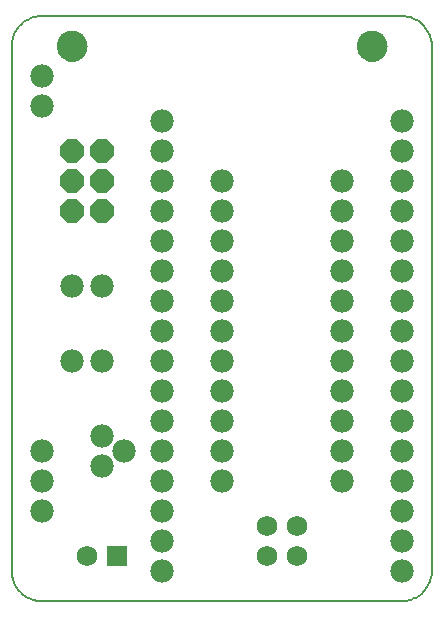
<source format=gbs>
G75*
%MOIN*%
%OFA0B0*%
%FSLAX24Y24*%
%IPPOS*%
%LPD*%
%AMOC8*
5,1,8,0,0,1.08239X$1,22.5*
%
%ADD10C,0.0080*%
%ADD11C,0.0000*%
%ADD12C,0.1024*%
%ADD13C,0.0690*%
%ADD14R,0.0690X0.0690*%
%ADD15C,0.0780*%
%ADD16OC8,0.0780*%
D10*
X021500Y001250D02*
X021500Y018750D01*
X021502Y018810D01*
X021507Y018871D01*
X021516Y018930D01*
X021529Y018989D01*
X021545Y019048D01*
X021565Y019105D01*
X021588Y019160D01*
X021615Y019215D01*
X021644Y019267D01*
X021677Y019318D01*
X021713Y019367D01*
X021751Y019413D01*
X021793Y019457D01*
X021837Y019499D01*
X021883Y019537D01*
X021932Y019573D01*
X021983Y019606D01*
X022035Y019635D01*
X022090Y019662D01*
X022145Y019685D01*
X022202Y019705D01*
X022261Y019721D01*
X022320Y019734D01*
X022379Y019743D01*
X022440Y019748D01*
X022500Y019750D01*
X034500Y019750D01*
X034560Y019748D01*
X034621Y019743D01*
X034680Y019734D01*
X034739Y019721D01*
X034798Y019705D01*
X034855Y019685D01*
X034910Y019662D01*
X034965Y019635D01*
X035017Y019606D01*
X035068Y019573D01*
X035117Y019537D01*
X035163Y019499D01*
X035207Y019457D01*
X035249Y019413D01*
X035287Y019367D01*
X035323Y019318D01*
X035356Y019267D01*
X035385Y019215D01*
X035412Y019160D01*
X035435Y019105D01*
X035455Y019048D01*
X035471Y018989D01*
X035484Y018930D01*
X035493Y018871D01*
X035498Y018810D01*
X035500Y018750D01*
X035500Y001250D01*
X035498Y001190D01*
X035493Y001129D01*
X035484Y001070D01*
X035471Y001011D01*
X035455Y000952D01*
X035435Y000895D01*
X035412Y000840D01*
X035385Y000785D01*
X035356Y000733D01*
X035323Y000682D01*
X035287Y000633D01*
X035249Y000587D01*
X035207Y000543D01*
X035163Y000501D01*
X035117Y000463D01*
X035068Y000427D01*
X035017Y000394D01*
X034965Y000365D01*
X034910Y000338D01*
X034855Y000315D01*
X034798Y000295D01*
X034739Y000279D01*
X034680Y000266D01*
X034621Y000257D01*
X034560Y000252D01*
X034500Y000250D01*
X022500Y000250D01*
X022440Y000252D01*
X022379Y000257D01*
X022320Y000266D01*
X022261Y000279D01*
X022202Y000295D01*
X022145Y000315D01*
X022090Y000338D01*
X022035Y000365D01*
X021983Y000394D01*
X021932Y000427D01*
X021883Y000463D01*
X021837Y000501D01*
X021793Y000543D01*
X021751Y000587D01*
X021713Y000633D01*
X021677Y000682D01*
X021644Y000733D01*
X021615Y000785D01*
X021588Y000840D01*
X021565Y000895D01*
X021545Y000952D01*
X021529Y001011D01*
X021516Y001070D01*
X021507Y001129D01*
X021502Y001190D01*
X021500Y001250D01*
D11*
X023008Y018750D02*
X023010Y018794D01*
X023016Y018838D01*
X023026Y018881D01*
X023039Y018923D01*
X023057Y018963D01*
X023078Y019002D01*
X023102Y019039D01*
X023129Y019074D01*
X023160Y019106D01*
X023193Y019135D01*
X023229Y019161D01*
X023267Y019183D01*
X023307Y019202D01*
X023348Y019218D01*
X023391Y019230D01*
X023434Y019238D01*
X023478Y019242D01*
X023522Y019242D01*
X023566Y019238D01*
X023609Y019230D01*
X023652Y019218D01*
X023693Y019202D01*
X023733Y019183D01*
X023771Y019161D01*
X023807Y019135D01*
X023840Y019106D01*
X023871Y019074D01*
X023898Y019039D01*
X023922Y019002D01*
X023943Y018963D01*
X023961Y018923D01*
X023974Y018881D01*
X023984Y018838D01*
X023990Y018794D01*
X023992Y018750D01*
X023990Y018706D01*
X023984Y018662D01*
X023974Y018619D01*
X023961Y018577D01*
X023943Y018537D01*
X023922Y018498D01*
X023898Y018461D01*
X023871Y018426D01*
X023840Y018394D01*
X023807Y018365D01*
X023771Y018339D01*
X023733Y018317D01*
X023693Y018298D01*
X023652Y018282D01*
X023609Y018270D01*
X023566Y018262D01*
X023522Y018258D01*
X023478Y018258D01*
X023434Y018262D01*
X023391Y018270D01*
X023348Y018282D01*
X023307Y018298D01*
X023267Y018317D01*
X023229Y018339D01*
X023193Y018365D01*
X023160Y018394D01*
X023129Y018426D01*
X023102Y018461D01*
X023078Y018498D01*
X023057Y018537D01*
X023039Y018577D01*
X023026Y018619D01*
X023016Y018662D01*
X023010Y018706D01*
X023008Y018750D01*
X033008Y018750D02*
X033010Y018794D01*
X033016Y018838D01*
X033026Y018881D01*
X033039Y018923D01*
X033057Y018963D01*
X033078Y019002D01*
X033102Y019039D01*
X033129Y019074D01*
X033160Y019106D01*
X033193Y019135D01*
X033229Y019161D01*
X033267Y019183D01*
X033307Y019202D01*
X033348Y019218D01*
X033391Y019230D01*
X033434Y019238D01*
X033478Y019242D01*
X033522Y019242D01*
X033566Y019238D01*
X033609Y019230D01*
X033652Y019218D01*
X033693Y019202D01*
X033733Y019183D01*
X033771Y019161D01*
X033807Y019135D01*
X033840Y019106D01*
X033871Y019074D01*
X033898Y019039D01*
X033922Y019002D01*
X033943Y018963D01*
X033961Y018923D01*
X033974Y018881D01*
X033984Y018838D01*
X033990Y018794D01*
X033992Y018750D01*
X033990Y018706D01*
X033984Y018662D01*
X033974Y018619D01*
X033961Y018577D01*
X033943Y018537D01*
X033922Y018498D01*
X033898Y018461D01*
X033871Y018426D01*
X033840Y018394D01*
X033807Y018365D01*
X033771Y018339D01*
X033733Y018317D01*
X033693Y018298D01*
X033652Y018282D01*
X033609Y018270D01*
X033566Y018262D01*
X033522Y018258D01*
X033478Y018258D01*
X033434Y018262D01*
X033391Y018270D01*
X033348Y018282D01*
X033307Y018298D01*
X033267Y018317D01*
X033229Y018339D01*
X033193Y018365D01*
X033160Y018394D01*
X033129Y018426D01*
X033102Y018461D01*
X033078Y018498D01*
X033057Y018537D01*
X033039Y018577D01*
X033026Y018619D01*
X033016Y018662D01*
X033010Y018706D01*
X033008Y018750D01*
D12*
X033500Y018750D03*
X023500Y018750D03*
D13*
X030000Y002750D03*
X031000Y002750D03*
X031000Y001750D03*
X030000Y001750D03*
X024000Y001750D03*
D14*
X025000Y001750D03*
D15*
X026500Y001250D03*
X026500Y002250D03*
X026500Y003250D03*
X026500Y004250D03*
X026500Y005250D03*
X025250Y005250D03*
X024500Y005750D03*
X024500Y004750D03*
X022500Y004250D03*
X022500Y003250D03*
X022500Y005250D03*
X026500Y006250D03*
X026500Y007250D03*
X026500Y008250D03*
X026500Y009250D03*
X026500Y010250D03*
X026500Y011250D03*
X026500Y012250D03*
X026500Y013250D03*
X026500Y014250D03*
X026500Y015250D03*
X026500Y016250D03*
X028500Y014250D03*
X028500Y013250D03*
X028500Y012250D03*
X028500Y011250D03*
X028500Y010250D03*
X028500Y009250D03*
X028500Y008250D03*
X028500Y007250D03*
X028500Y006250D03*
X028500Y005250D03*
X028500Y004250D03*
X032500Y004250D03*
X032500Y005250D03*
X032500Y006250D03*
X032500Y007250D03*
X032500Y008250D03*
X032500Y009250D03*
X032500Y010250D03*
X032500Y011250D03*
X032500Y012250D03*
X032500Y013250D03*
X032500Y014250D03*
X034500Y014250D03*
X034500Y013250D03*
X034500Y012250D03*
X034500Y011250D03*
X034500Y010250D03*
X034500Y009250D03*
X034500Y008250D03*
X034500Y007250D03*
X034500Y006250D03*
X034500Y005250D03*
X034500Y004250D03*
X034500Y003250D03*
X034500Y002250D03*
X034500Y001250D03*
X024500Y008250D03*
X023500Y008250D03*
X023500Y010750D03*
X024500Y010750D03*
X034500Y015250D03*
X034500Y016250D03*
X022500Y016750D03*
X022500Y017750D03*
D16*
X023500Y015250D03*
X024500Y015250D03*
X024500Y014250D03*
X023500Y014250D03*
X023500Y013250D03*
X024500Y013250D03*
M02*

</source>
